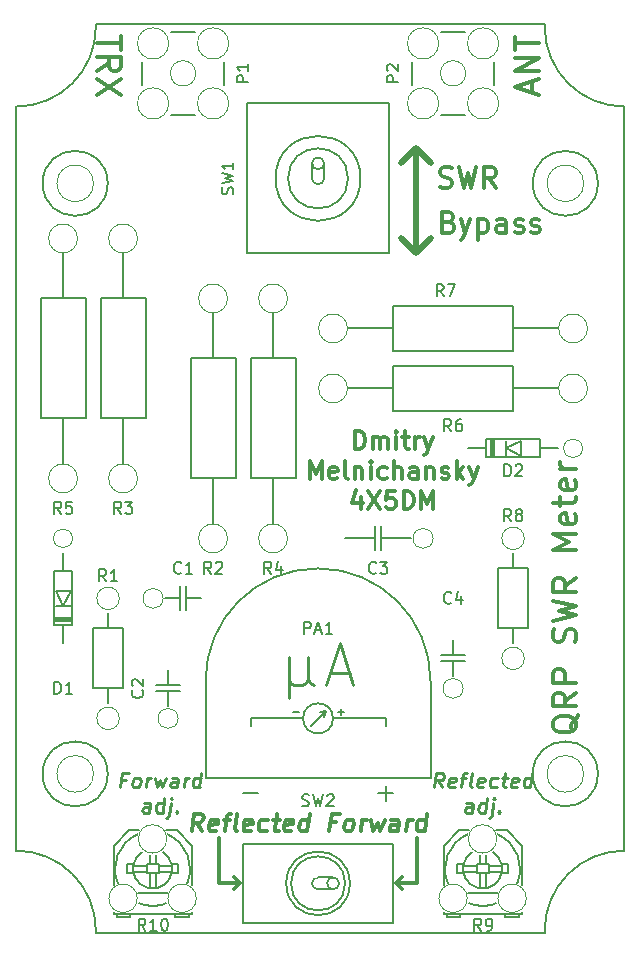
<source format=gbr>
G04 #@! TF.FileFunction,Legend,Top*
%FSLAX46Y46*%
G04 Gerber Fmt 4.6, Leading zero omitted, Abs format (unit mm)*
G04 Created by KiCad (PCBNEW 4.0.4-stable) date 09/05/16 00:54:51*
%MOMM*%
%LPD*%
G01*
G04 APERTURE LIST*
%ADD10C,0.100000*%
%ADD11C,0.350000*%
%ADD12C,0.500000*%
%ADD13C,0.250000*%
%ADD14C,0.200000*%
%ADD15C,0.150000*%
%ADD16C,0.300000*%
G04 APERTURE END LIST*
D10*
D11*
X135128000Y-138430000D02*
X135128000Y-134620000D01*
X136906000Y-138430000D02*
X136398000Y-138938000D01*
X136906000Y-138430000D02*
X136398000Y-137922000D01*
X136906000Y-138430000D02*
X135128000Y-138430000D01*
X150114000Y-138430000D02*
X150622000Y-137922000D01*
X150114000Y-138430000D02*
X150622000Y-138938000D01*
X151892000Y-138430000D02*
X151892000Y-134620000D01*
X150114000Y-138430000D02*
X151892000Y-138430000D01*
D12*
X151765000Y-85090000D02*
X153035000Y-83820000D01*
X150495000Y-83820000D02*
X151765000Y-85090000D01*
X151765000Y-76200000D02*
X153035000Y-77470000D01*
X151765000Y-76200000D02*
X150495000Y-77470000D01*
X151765000Y-85090000D02*
X151765000Y-76200000D01*
D13*
X154046220Y-130312976D02*
X153703957Y-129717738D01*
X153331934Y-130312976D02*
X153488184Y-129062976D01*
X153964375Y-129062976D01*
X154075981Y-129122500D01*
X154128065Y-129182024D01*
X154172708Y-129301071D01*
X154150386Y-129479643D01*
X154075981Y-129598690D01*
X154009017Y-129658214D01*
X153882529Y-129717738D01*
X153406338Y-129717738D01*
X155065565Y-130253452D02*
X154939077Y-130312976D01*
X154700982Y-130312976D01*
X154589374Y-130253452D01*
X154544731Y-130134405D01*
X154604255Y-129658214D01*
X154678660Y-129539167D01*
X154805148Y-129479643D01*
X155043243Y-129479643D01*
X155154851Y-129539167D01*
X155199493Y-129658214D01*
X155184612Y-129777262D01*
X154574493Y-129896310D01*
X155578958Y-129479643D02*
X156055148Y-129479643D01*
X155653363Y-130312976D02*
X155787291Y-129241548D01*
X155861696Y-129122500D01*
X155988184Y-129062976D01*
X156107232Y-129062976D01*
X156546220Y-130312976D02*
X156434613Y-130253452D01*
X156389970Y-130134405D01*
X156523899Y-129062976D01*
X157506042Y-130253452D02*
X157379554Y-130312976D01*
X157141459Y-130312976D01*
X157029851Y-130253452D01*
X156985208Y-130134405D01*
X157044732Y-129658214D01*
X157119137Y-129539167D01*
X157245625Y-129479643D01*
X157483720Y-129479643D01*
X157595328Y-129539167D01*
X157639970Y-129658214D01*
X157625089Y-129777262D01*
X157014970Y-129896310D01*
X158636994Y-130253452D02*
X158510507Y-130312976D01*
X158272411Y-130312976D01*
X158160804Y-130253452D01*
X158108720Y-130193929D01*
X158064077Y-130074881D01*
X158108720Y-129717738D01*
X158183125Y-129598690D01*
X158250090Y-129539167D01*
X158376577Y-129479643D01*
X158614673Y-129479643D01*
X158726280Y-129539167D01*
X159090864Y-129479643D02*
X159567054Y-129479643D01*
X159321519Y-129062976D02*
X159187590Y-130134405D01*
X159232233Y-130253452D01*
X159343840Y-130312976D01*
X159462888Y-130312976D01*
X160363186Y-130253452D02*
X160236698Y-130312976D01*
X159998603Y-130312976D01*
X159886995Y-130253452D01*
X159842352Y-130134405D01*
X159901876Y-129658214D01*
X159976281Y-129539167D01*
X160102769Y-129479643D01*
X160340864Y-129479643D01*
X160452472Y-129539167D01*
X160497114Y-129658214D01*
X160482233Y-129777262D01*
X159872114Y-129896310D01*
X161486698Y-130312976D02*
X161642948Y-129062976D01*
X161494138Y-130253452D02*
X161367651Y-130312976D01*
X161129555Y-130312976D01*
X161017948Y-130253452D01*
X160965864Y-130193929D01*
X160921221Y-130074881D01*
X160965864Y-129717738D01*
X161040269Y-129598690D01*
X161107234Y-129539167D01*
X161233721Y-129479643D01*
X161471817Y-129479643D01*
X161583424Y-129539167D01*
X156516459Y-132437976D02*
X156598304Y-131783214D01*
X156553662Y-131664167D01*
X156442054Y-131604643D01*
X156203959Y-131604643D01*
X156077471Y-131664167D01*
X156523899Y-132378452D02*
X156397412Y-132437976D01*
X156099793Y-132437976D01*
X155988185Y-132378452D01*
X155943542Y-132259405D01*
X155958423Y-132140357D01*
X156032828Y-132021310D01*
X156159316Y-131961786D01*
X156456935Y-131961786D01*
X156583423Y-131902262D01*
X157647411Y-132437976D02*
X157803661Y-131187976D01*
X157654851Y-132378452D02*
X157528364Y-132437976D01*
X157290268Y-132437976D01*
X157178661Y-132378452D01*
X157126577Y-132318929D01*
X157081934Y-132199881D01*
X157126577Y-131842738D01*
X157200982Y-131723690D01*
X157267947Y-131664167D01*
X157394434Y-131604643D01*
X157632530Y-131604643D01*
X157744137Y-131664167D01*
X158346815Y-131604643D02*
X158212887Y-132676071D01*
X158138482Y-132795119D01*
X158011994Y-132854643D01*
X157952470Y-132854643D01*
X158398899Y-131187976D02*
X158331934Y-131247500D01*
X158384018Y-131307024D01*
X158450982Y-131247500D01*
X158398899Y-131187976D01*
X158384018Y-131307024D01*
X158852767Y-132318929D02*
X158904851Y-132378452D01*
X158837887Y-132437976D01*
X158785803Y-132378452D01*
X158852767Y-132318929D01*
X158837887Y-132437976D01*
X127239733Y-129658214D02*
X126823066Y-129658214D01*
X126741221Y-130312976D02*
X126897471Y-129062976D01*
X127492709Y-129062976D01*
X127991221Y-130312976D02*
X127879614Y-130253452D01*
X127827530Y-130193929D01*
X127782887Y-130074881D01*
X127827530Y-129717738D01*
X127901935Y-129598690D01*
X127968900Y-129539167D01*
X128095387Y-129479643D01*
X128273959Y-129479643D01*
X128385567Y-129539167D01*
X128437649Y-129598690D01*
X128482292Y-129717738D01*
X128437649Y-130074881D01*
X128363244Y-130193929D01*
X128296281Y-130253452D01*
X128169793Y-130312976D01*
X127991221Y-130312976D01*
X128943602Y-130312976D02*
X129047768Y-129479643D01*
X129018006Y-129717738D02*
X129092411Y-129598690D01*
X129159376Y-129539167D01*
X129285863Y-129479643D01*
X129404911Y-129479643D01*
X129702530Y-129479643D02*
X129836460Y-130312976D01*
X130148959Y-129717738D01*
X130312650Y-130312976D01*
X130654911Y-129479643D01*
X131562650Y-130312976D02*
X131644495Y-129658214D01*
X131599853Y-129539167D01*
X131488245Y-129479643D01*
X131250150Y-129479643D01*
X131123662Y-129539167D01*
X131570090Y-130253452D02*
X131443603Y-130312976D01*
X131145984Y-130312976D01*
X131034376Y-130253452D01*
X130989733Y-130134405D01*
X131004614Y-130015357D01*
X131079019Y-129896310D01*
X131205507Y-129836786D01*
X131503126Y-129836786D01*
X131629614Y-129777262D01*
X132157888Y-130312976D02*
X132262054Y-129479643D01*
X132232292Y-129717738D02*
X132306697Y-129598690D01*
X132373662Y-129539167D01*
X132500149Y-129479643D01*
X132619197Y-129479643D01*
X133467412Y-130312976D02*
X133623662Y-129062976D01*
X133474852Y-130253452D02*
X133348365Y-130312976D01*
X133110269Y-130312976D01*
X132998662Y-130253452D01*
X132946578Y-130193929D01*
X132901935Y-130074881D01*
X132946578Y-129717738D01*
X133020983Y-129598690D01*
X133087948Y-129539167D01*
X133214435Y-129479643D01*
X133452531Y-129479643D01*
X133564138Y-129539167D01*
X129211459Y-132437976D02*
X129293304Y-131783214D01*
X129248662Y-131664167D01*
X129137054Y-131604643D01*
X128898959Y-131604643D01*
X128772471Y-131664167D01*
X129218899Y-132378452D02*
X129092412Y-132437976D01*
X128794793Y-132437976D01*
X128683185Y-132378452D01*
X128638542Y-132259405D01*
X128653423Y-132140357D01*
X128727828Y-132021310D01*
X128854316Y-131961786D01*
X129151935Y-131961786D01*
X129278423Y-131902262D01*
X130342411Y-132437976D02*
X130498661Y-131187976D01*
X130349851Y-132378452D02*
X130223364Y-132437976D01*
X129985268Y-132437976D01*
X129873661Y-132378452D01*
X129821577Y-132318929D01*
X129776934Y-132199881D01*
X129821577Y-131842738D01*
X129895982Y-131723690D01*
X129962947Y-131664167D01*
X130089434Y-131604643D01*
X130327530Y-131604643D01*
X130439137Y-131664167D01*
X131041815Y-131604643D02*
X130907887Y-132676071D01*
X130833482Y-132795119D01*
X130706994Y-132854643D01*
X130647470Y-132854643D01*
X131093899Y-131187976D02*
X131026934Y-131247500D01*
X131079018Y-131307024D01*
X131145982Y-131247500D01*
X131093899Y-131187976D01*
X131079018Y-131307024D01*
X131547767Y-132318929D02*
X131599851Y-132378452D01*
X131532887Y-132437976D01*
X131480803Y-132378452D01*
X131547767Y-132318929D01*
X131532887Y-132437976D01*
D14*
X167200000Y-129160000D02*
G75*
G03X167200000Y-129160000I-2750000J0D01*
G01*
X125700000Y-129160000D02*
G75*
G03X125700000Y-129160000I-2750000J0D01*
G01*
X125700000Y-79160000D02*
G75*
G03X125700000Y-79160000I-2750000J0D01*
G01*
X167200000Y-79160000D02*
G75*
G03X167200000Y-79160000I-2750000J0D01*
G01*
D15*
X124700000Y-65660000D02*
X124700000Y-65910000D01*
X162700000Y-65660000D02*
X124700000Y-65660000D01*
X162700000Y-65910000D02*
X162700000Y-65660000D01*
X162700000Y-142660000D02*
X162700000Y-142410000D01*
X124700000Y-142660000D02*
X162700000Y-142660000D01*
X124700000Y-142410000D02*
X124700000Y-142660000D01*
X117950000Y-72660000D02*
X117950000Y-135660000D01*
X169450000Y-135660000D02*
X169450000Y-72660000D01*
X169450000Y-135660000D02*
G75*
G03X162700000Y-142410000I0J-6750000D01*
G01*
X124700000Y-142410000D02*
G75*
G03X117950000Y-135660000I-6750000J0D01*
G01*
X117950000Y-72660000D02*
G75*
G03X124700000Y-65910000I0J6750000D01*
G01*
X162700000Y-65910000D02*
G75*
G03X169450000Y-72660000I6750000J0D01*
G01*
D16*
X146645715Y-101633571D02*
X146645715Y-100133571D01*
X147002858Y-100133571D01*
X147217143Y-100205000D01*
X147360001Y-100347857D01*
X147431429Y-100490714D01*
X147502858Y-100776429D01*
X147502858Y-100990714D01*
X147431429Y-101276429D01*
X147360001Y-101419286D01*
X147217143Y-101562143D01*
X147002858Y-101633571D01*
X146645715Y-101633571D01*
X148145715Y-101633571D02*
X148145715Y-100633571D01*
X148145715Y-100776429D02*
X148217143Y-100705000D01*
X148360001Y-100633571D01*
X148574286Y-100633571D01*
X148717143Y-100705000D01*
X148788572Y-100847857D01*
X148788572Y-101633571D01*
X148788572Y-100847857D02*
X148860001Y-100705000D01*
X149002858Y-100633571D01*
X149217143Y-100633571D01*
X149360001Y-100705000D01*
X149431429Y-100847857D01*
X149431429Y-101633571D01*
X150145715Y-101633571D02*
X150145715Y-100633571D01*
X150145715Y-100133571D02*
X150074286Y-100205000D01*
X150145715Y-100276429D01*
X150217143Y-100205000D01*
X150145715Y-100133571D01*
X150145715Y-100276429D01*
X150645715Y-100633571D02*
X151217144Y-100633571D01*
X150860001Y-100133571D02*
X150860001Y-101419286D01*
X150931429Y-101562143D01*
X151074287Y-101633571D01*
X151217144Y-101633571D01*
X151717144Y-101633571D02*
X151717144Y-100633571D01*
X151717144Y-100919286D02*
X151788572Y-100776429D01*
X151860001Y-100705000D01*
X152002858Y-100633571D01*
X152145715Y-100633571D01*
X152502858Y-100633571D02*
X152860001Y-101633571D01*
X153217143Y-100633571D02*
X152860001Y-101633571D01*
X152717143Y-101990714D01*
X152645715Y-102062143D01*
X152502858Y-102133571D01*
X142824286Y-104183571D02*
X142824286Y-102683571D01*
X143324286Y-103755000D01*
X143824286Y-102683571D01*
X143824286Y-104183571D01*
X145110000Y-104112143D02*
X144967143Y-104183571D01*
X144681429Y-104183571D01*
X144538572Y-104112143D01*
X144467143Y-103969286D01*
X144467143Y-103397857D01*
X144538572Y-103255000D01*
X144681429Y-103183571D01*
X144967143Y-103183571D01*
X145110000Y-103255000D01*
X145181429Y-103397857D01*
X145181429Y-103540714D01*
X144467143Y-103683571D01*
X146038572Y-104183571D02*
X145895714Y-104112143D01*
X145824286Y-103969286D01*
X145824286Y-102683571D01*
X146610000Y-103183571D02*
X146610000Y-104183571D01*
X146610000Y-103326429D02*
X146681428Y-103255000D01*
X146824286Y-103183571D01*
X147038571Y-103183571D01*
X147181428Y-103255000D01*
X147252857Y-103397857D01*
X147252857Y-104183571D01*
X147967143Y-104183571D02*
X147967143Y-103183571D01*
X147967143Y-102683571D02*
X147895714Y-102755000D01*
X147967143Y-102826429D01*
X148038571Y-102755000D01*
X147967143Y-102683571D01*
X147967143Y-102826429D01*
X149324286Y-104112143D02*
X149181429Y-104183571D01*
X148895715Y-104183571D01*
X148752857Y-104112143D01*
X148681429Y-104040714D01*
X148610000Y-103897857D01*
X148610000Y-103469286D01*
X148681429Y-103326429D01*
X148752857Y-103255000D01*
X148895715Y-103183571D01*
X149181429Y-103183571D01*
X149324286Y-103255000D01*
X149967143Y-104183571D02*
X149967143Y-102683571D01*
X150610000Y-104183571D02*
X150610000Y-103397857D01*
X150538571Y-103255000D01*
X150395714Y-103183571D01*
X150181429Y-103183571D01*
X150038571Y-103255000D01*
X149967143Y-103326429D01*
X151967143Y-104183571D02*
X151967143Y-103397857D01*
X151895714Y-103255000D01*
X151752857Y-103183571D01*
X151467143Y-103183571D01*
X151324286Y-103255000D01*
X151967143Y-104112143D02*
X151824286Y-104183571D01*
X151467143Y-104183571D01*
X151324286Y-104112143D01*
X151252857Y-103969286D01*
X151252857Y-103826429D01*
X151324286Y-103683571D01*
X151467143Y-103612143D01*
X151824286Y-103612143D01*
X151967143Y-103540714D01*
X152681429Y-103183571D02*
X152681429Y-104183571D01*
X152681429Y-103326429D02*
X152752857Y-103255000D01*
X152895715Y-103183571D01*
X153110000Y-103183571D01*
X153252857Y-103255000D01*
X153324286Y-103397857D01*
X153324286Y-104183571D01*
X153967143Y-104112143D02*
X154110000Y-104183571D01*
X154395715Y-104183571D01*
X154538572Y-104112143D01*
X154610000Y-103969286D01*
X154610000Y-103897857D01*
X154538572Y-103755000D01*
X154395715Y-103683571D01*
X154181429Y-103683571D01*
X154038572Y-103612143D01*
X153967143Y-103469286D01*
X153967143Y-103397857D01*
X154038572Y-103255000D01*
X154181429Y-103183571D01*
X154395715Y-103183571D01*
X154538572Y-103255000D01*
X155252858Y-104183571D02*
X155252858Y-102683571D01*
X155395715Y-103612143D02*
X155824286Y-104183571D01*
X155824286Y-103183571D02*
X155252858Y-103755000D01*
X156324287Y-103183571D02*
X156681430Y-104183571D01*
X157038572Y-103183571D02*
X156681430Y-104183571D01*
X156538572Y-104540714D01*
X156467144Y-104612143D01*
X156324287Y-104683571D01*
X147110001Y-105733571D02*
X147110001Y-106733571D01*
X146752858Y-105162143D02*
X146395715Y-106233571D01*
X147324287Y-106233571D01*
X147752858Y-105233571D02*
X148752858Y-106733571D01*
X148752858Y-105233571D02*
X147752858Y-106733571D01*
X150038572Y-105233571D02*
X149324286Y-105233571D01*
X149252857Y-105947857D01*
X149324286Y-105876429D01*
X149467143Y-105805000D01*
X149824286Y-105805000D01*
X149967143Y-105876429D01*
X150038572Y-105947857D01*
X150110000Y-106090714D01*
X150110000Y-106447857D01*
X150038572Y-106590714D01*
X149967143Y-106662143D01*
X149824286Y-106733571D01*
X149467143Y-106733571D01*
X149324286Y-106662143D01*
X149252857Y-106590714D01*
X150752857Y-106733571D02*
X150752857Y-105233571D01*
X151110000Y-105233571D01*
X151324285Y-105305000D01*
X151467143Y-105447857D01*
X151538571Y-105590714D01*
X151610000Y-105876429D01*
X151610000Y-106090714D01*
X151538571Y-106376429D01*
X151467143Y-106519286D01*
X151324285Y-106662143D01*
X151110000Y-106733571D01*
X150752857Y-106733571D01*
X152252857Y-106733571D02*
X152252857Y-105233571D01*
X152752857Y-106305000D01*
X153252857Y-105233571D01*
X153252857Y-106733571D01*
X165560238Y-124204762D02*
X165465000Y-124395238D01*
X165274524Y-124585715D01*
X164988810Y-124871429D01*
X164893571Y-125061905D01*
X164893571Y-125252381D01*
X165369762Y-125157143D02*
X165274524Y-125347619D01*
X165084048Y-125538096D01*
X164703095Y-125633334D01*
X164036429Y-125633334D01*
X163655476Y-125538096D01*
X163465000Y-125347619D01*
X163369762Y-125157143D01*
X163369762Y-124776191D01*
X163465000Y-124585715D01*
X163655476Y-124395238D01*
X164036429Y-124300000D01*
X164703095Y-124300000D01*
X165084048Y-124395238D01*
X165274524Y-124585715D01*
X165369762Y-124776191D01*
X165369762Y-125157143D01*
X165369762Y-122300000D02*
X164417381Y-122966667D01*
X165369762Y-123442858D02*
X163369762Y-123442858D01*
X163369762Y-122680953D01*
X163465000Y-122490477D01*
X163560238Y-122395238D01*
X163750714Y-122300000D01*
X164036429Y-122300000D01*
X164226905Y-122395238D01*
X164322143Y-122490477D01*
X164417381Y-122680953D01*
X164417381Y-123442858D01*
X165369762Y-121442858D02*
X163369762Y-121442858D01*
X163369762Y-120680953D01*
X163465000Y-120490477D01*
X163560238Y-120395238D01*
X163750714Y-120300000D01*
X164036429Y-120300000D01*
X164226905Y-120395238D01*
X164322143Y-120490477D01*
X164417381Y-120680953D01*
X164417381Y-121442858D01*
X165274524Y-118014286D02*
X165369762Y-117728571D01*
X165369762Y-117252381D01*
X165274524Y-117061905D01*
X165179286Y-116966667D01*
X164988810Y-116871428D01*
X164798333Y-116871428D01*
X164607857Y-116966667D01*
X164512619Y-117061905D01*
X164417381Y-117252381D01*
X164322143Y-117633333D01*
X164226905Y-117823809D01*
X164131667Y-117919048D01*
X163941190Y-118014286D01*
X163750714Y-118014286D01*
X163560238Y-117919048D01*
X163465000Y-117823809D01*
X163369762Y-117633333D01*
X163369762Y-117157143D01*
X163465000Y-116871428D01*
X163369762Y-116204762D02*
X165369762Y-115728571D01*
X163941190Y-115347619D01*
X165369762Y-114966666D01*
X163369762Y-114490476D01*
X165369762Y-112585714D02*
X164417381Y-113252381D01*
X165369762Y-113728572D02*
X163369762Y-113728572D01*
X163369762Y-112966667D01*
X163465000Y-112776191D01*
X163560238Y-112680952D01*
X163750714Y-112585714D01*
X164036429Y-112585714D01*
X164226905Y-112680952D01*
X164322143Y-112776191D01*
X164417381Y-112966667D01*
X164417381Y-113728572D01*
X165369762Y-110204762D02*
X163369762Y-110204762D01*
X164798333Y-109538095D01*
X163369762Y-108871428D01*
X165369762Y-108871428D01*
X165274524Y-107157143D02*
X165369762Y-107347619D01*
X165369762Y-107728571D01*
X165274524Y-107919048D01*
X165084048Y-108014286D01*
X164322143Y-108014286D01*
X164131667Y-107919048D01*
X164036429Y-107728571D01*
X164036429Y-107347619D01*
X164131667Y-107157143D01*
X164322143Y-107061905D01*
X164512619Y-107061905D01*
X164703095Y-108014286D01*
X164036429Y-106490476D02*
X164036429Y-105728571D01*
X163369762Y-106204762D02*
X165084048Y-106204762D01*
X165274524Y-106109523D01*
X165369762Y-105919047D01*
X165369762Y-105728571D01*
X165274524Y-104300000D02*
X165369762Y-104490476D01*
X165369762Y-104871428D01*
X165274524Y-105061905D01*
X165084048Y-105157143D01*
X164322143Y-105157143D01*
X164131667Y-105061905D01*
X164036429Y-104871428D01*
X164036429Y-104490476D01*
X164131667Y-104300000D01*
X164322143Y-104204762D01*
X164512619Y-104204762D01*
X164703095Y-105157143D01*
X165369762Y-103347619D02*
X164036429Y-103347619D01*
X164417381Y-103347619D02*
X164226905Y-103252380D01*
X164131667Y-103157142D01*
X164036429Y-102966666D01*
X164036429Y-102776190D01*
X161623333Y-71500715D02*
X161623333Y-70548334D01*
X162194762Y-71691191D02*
X160194762Y-71024524D01*
X162194762Y-70357857D01*
X162194762Y-69691191D02*
X160194762Y-69691191D01*
X162194762Y-68548333D01*
X160194762Y-68548333D01*
X160194762Y-67881667D02*
X160194762Y-66738810D01*
X162194762Y-67310238D02*
X160194762Y-67310238D01*
X126825238Y-66691190D02*
X126825238Y-67834047D01*
X124825238Y-67262619D02*
X126825238Y-67262619D01*
X124825238Y-69643572D02*
X125777619Y-68976905D01*
X124825238Y-68500714D02*
X126825238Y-68500714D01*
X126825238Y-69262619D01*
X126730000Y-69453095D01*
X126634762Y-69548334D01*
X126444286Y-69643572D01*
X126158571Y-69643572D01*
X125968095Y-69548334D01*
X125872857Y-69453095D01*
X125777619Y-69262619D01*
X125777619Y-68500714D01*
X126825238Y-70310238D02*
X124825238Y-71643572D01*
X126825238Y-71643572D02*
X124825238Y-70310238D01*
X154573334Y-82425000D02*
X154823334Y-82508333D01*
X154906667Y-82591667D01*
X154990001Y-82758333D01*
X154990001Y-83008333D01*
X154906667Y-83175000D01*
X154823334Y-83258333D01*
X154656667Y-83341667D01*
X153990001Y-83341667D01*
X153990001Y-81591667D01*
X154573334Y-81591667D01*
X154740001Y-81675000D01*
X154823334Y-81758333D01*
X154906667Y-81925000D01*
X154906667Y-82091667D01*
X154823334Y-82258333D01*
X154740001Y-82341667D01*
X154573334Y-82425000D01*
X153990001Y-82425000D01*
X155573334Y-82175000D02*
X155990001Y-83341667D01*
X156406667Y-82175000D02*
X155990001Y-83341667D01*
X155823334Y-83758333D01*
X155740001Y-83841667D01*
X155573334Y-83925000D01*
X157073334Y-82175000D02*
X157073334Y-83925000D01*
X157073334Y-82258333D02*
X157240000Y-82175000D01*
X157573334Y-82175000D01*
X157740000Y-82258333D01*
X157823334Y-82341667D01*
X157906667Y-82508333D01*
X157906667Y-83008333D01*
X157823334Y-83175000D01*
X157740000Y-83258333D01*
X157573334Y-83341667D01*
X157240000Y-83341667D01*
X157073334Y-83258333D01*
X159406667Y-83341667D02*
X159406667Y-82425000D01*
X159323333Y-82258333D01*
X159156667Y-82175000D01*
X158823333Y-82175000D01*
X158656667Y-82258333D01*
X159406667Y-83258333D02*
X159240000Y-83341667D01*
X158823333Y-83341667D01*
X158656667Y-83258333D01*
X158573333Y-83091667D01*
X158573333Y-82925000D01*
X158656667Y-82758333D01*
X158823333Y-82675000D01*
X159240000Y-82675000D01*
X159406667Y-82591667D01*
X160156666Y-83258333D02*
X160323333Y-83341667D01*
X160656666Y-83341667D01*
X160823333Y-83258333D01*
X160906666Y-83091667D01*
X160906666Y-83008333D01*
X160823333Y-82841667D01*
X160656666Y-82758333D01*
X160406666Y-82758333D01*
X160240000Y-82675000D01*
X160156666Y-82508333D01*
X160156666Y-82425000D01*
X160240000Y-82258333D01*
X160406666Y-82175000D01*
X160656666Y-82175000D01*
X160823333Y-82258333D01*
X161573333Y-83258333D02*
X161740000Y-83341667D01*
X162073333Y-83341667D01*
X162240000Y-83258333D01*
X162323333Y-83091667D01*
X162323333Y-83008333D01*
X162240000Y-82841667D01*
X162073333Y-82758333D01*
X161823333Y-82758333D01*
X161656667Y-82675000D01*
X161573333Y-82508333D01*
X161573333Y-82425000D01*
X161656667Y-82258333D01*
X161823333Y-82175000D01*
X162073333Y-82175000D01*
X162240000Y-82258333D01*
X153835000Y-79448333D02*
X154085000Y-79531667D01*
X154501667Y-79531667D01*
X154668334Y-79448333D01*
X154751667Y-79365000D01*
X154835000Y-79198333D01*
X154835000Y-79031667D01*
X154751667Y-78865000D01*
X154668334Y-78781667D01*
X154501667Y-78698333D01*
X154168334Y-78615000D01*
X154001667Y-78531667D01*
X153918334Y-78448333D01*
X153835000Y-78281667D01*
X153835000Y-78115000D01*
X153918334Y-77948333D01*
X154001667Y-77865000D01*
X154168334Y-77781667D01*
X154585000Y-77781667D01*
X154835000Y-77865000D01*
X155418334Y-77781667D02*
X155835001Y-79531667D01*
X156168334Y-78281667D01*
X156501667Y-79531667D01*
X156918334Y-77781667D01*
X158585001Y-79531667D02*
X158001667Y-78698333D01*
X157585001Y-79531667D02*
X157585001Y-77781667D01*
X158251667Y-77781667D01*
X158418334Y-77865000D01*
X158501667Y-77948333D01*
X158585001Y-78115000D01*
X158585001Y-78365000D01*
X158501667Y-78531667D01*
X158418334Y-78615000D01*
X158251667Y-78698333D01*
X157585001Y-78698333D01*
X133674466Y-134028571D02*
X133263751Y-133314286D01*
X132817323Y-134028571D02*
X133004823Y-132528571D01*
X133576251Y-132528571D01*
X133710180Y-132600000D01*
X133772679Y-132671429D01*
X133826251Y-132814286D01*
X133799466Y-133028571D01*
X133710179Y-133171429D01*
X133629823Y-133242857D01*
X133478036Y-133314286D01*
X132906608Y-133314286D01*
X134897679Y-133957143D02*
X134745894Y-134028571D01*
X134460180Y-134028571D01*
X134326251Y-133957143D01*
X134272679Y-133814286D01*
X134344108Y-133242857D01*
X134433394Y-133100000D01*
X134585180Y-133028571D01*
X134870894Y-133028571D01*
X135004822Y-133100000D01*
X135058394Y-133242857D01*
X135040537Y-133385714D01*
X134308394Y-133528571D01*
X135513751Y-133028571D02*
X136085180Y-133028571D01*
X135603037Y-134028571D02*
X135763751Y-132742857D01*
X135853036Y-132600000D01*
X136004823Y-132528571D01*
X136147680Y-132528571D01*
X136674466Y-134028571D02*
X136540536Y-133957143D01*
X136486965Y-133814286D01*
X136647680Y-132528571D01*
X137826250Y-133957143D02*
X137674465Y-134028571D01*
X137388751Y-134028571D01*
X137254822Y-133957143D01*
X137201250Y-133814286D01*
X137272679Y-133242857D01*
X137361965Y-133100000D01*
X137513751Y-133028571D01*
X137799465Y-133028571D01*
X137933393Y-133100000D01*
X137986965Y-133242857D01*
X137969108Y-133385714D01*
X137236965Y-133528571D01*
X139183393Y-133957143D02*
X139031608Y-134028571D01*
X138745894Y-134028571D01*
X138611964Y-133957143D01*
X138549465Y-133885714D01*
X138495893Y-133742857D01*
X138549464Y-133314286D01*
X138638750Y-133171429D01*
X138719107Y-133100000D01*
X138870894Y-133028571D01*
X139156608Y-133028571D01*
X139290536Y-133100000D01*
X139728036Y-133028571D02*
X140299465Y-133028571D01*
X140004822Y-132528571D02*
X139844107Y-133814286D01*
X139897678Y-133957143D01*
X140031608Y-134028571D01*
X140174465Y-134028571D01*
X141254821Y-133957143D02*
X141103036Y-134028571D01*
X140817322Y-134028571D01*
X140683393Y-133957143D01*
X140629821Y-133814286D01*
X140701250Y-133242857D01*
X140790536Y-133100000D01*
X140942322Y-133028571D01*
X141228036Y-133028571D01*
X141361964Y-133100000D01*
X141415536Y-133242857D01*
X141397679Y-133385714D01*
X140665536Y-133528571D01*
X142603036Y-134028571D02*
X142790536Y-132528571D01*
X142611964Y-133957143D02*
X142460179Y-134028571D01*
X142174465Y-134028571D01*
X142040535Y-133957143D01*
X141978036Y-133885714D01*
X141924464Y-133742857D01*
X141978035Y-133314286D01*
X142067321Y-133171429D01*
X142147678Y-133100000D01*
X142299465Y-133028571D01*
X142585179Y-133028571D01*
X142719107Y-133100000D01*
X145067679Y-133242857D02*
X144567679Y-133242857D01*
X144469465Y-134028571D02*
X144656965Y-132528571D01*
X145371251Y-132528571D01*
X145969465Y-134028571D02*
X145835535Y-133957143D01*
X145773036Y-133885714D01*
X145719464Y-133742857D01*
X145773035Y-133314286D01*
X145862321Y-133171429D01*
X145942678Y-133100000D01*
X146094465Y-133028571D01*
X146308750Y-133028571D01*
X146442678Y-133100000D01*
X146505178Y-133171429D01*
X146558750Y-133314286D01*
X146505179Y-133742857D01*
X146415893Y-133885714D01*
X146335535Y-133957143D01*
X146183750Y-134028571D01*
X145969465Y-134028571D01*
X147112322Y-134028571D02*
X147237322Y-133028571D01*
X147201607Y-133314286D02*
X147290892Y-133171429D01*
X147371250Y-133100000D01*
X147523036Y-133028571D01*
X147665893Y-133028571D01*
X148023036Y-133028571D02*
X148183750Y-134028571D01*
X148558749Y-133314286D01*
X148755179Y-134028571D01*
X149165893Y-133028571D01*
X150255179Y-134028571D02*
X150353393Y-133242857D01*
X150299821Y-133100000D01*
X150165893Y-133028571D01*
X149880179Y-133028571D01*
X149728393Y-133100000D01*
X150264107Y-133957143D02*
X150112322Y-134028571D01*
X149755179Y-134028571D01*
X149621250Y-133957143D01*
X149567678Y-133814286D01*
X149585535Y-133671429D01*
X149674822Y-133528571D01*
X149826607Y-133457143D01*
X150183750Y-133457143D01*
X150335536Y-133385714D01*
X150969465Y-134028571D02*
X151094465Y-133028571D01*
X151058750Y-133314286D02*
X151148035Y-133171429D01*
X151228393Y-133100000D01*
X151380179Y-133028571D01*
X151523036Y-133028571D01*
X152540893Y-134028571D02*
X152728393Y-132528571D01*
X152549821Y-133957143D02*
X152398036Y-134028571D01*
X152112322Y-134028571D01*
X151978392Y-133957143D01*
X151915893Y-133885714D01*
X151862321Y-133742857D01*
X151915892Y-133314286D01*
X152005178Y-133171429D01*
X152085535Y-133100000D01*
X152237322Y-133028571D01*
X152523036Y-133028571D01*
X152656964Y-133100000D01*
D15*
X137160000Y-130810000D02*
X138430000Y-130810000D01*
X149225000Y-130175000D02*
X149225000Y-131445000D01*
X148590000Y-130810000D02*
X149860000Y-130810000D01*
X141859000Y-123952000D02*
X141351000Y-123952000D01*
X145415000Y-123698000D02*
X145415000Y-124206000D01*
X145161000Y-123952000D02*
X145669000Y-123952000D01*
X137795000Y-124460000D02*
X137795000Y-125095000D01*
X142240000Y-124460000D02*
X137795000Y-124460000D01*
X144780000Y-124460000D02*
X149225000Y-124460000D01*
X149225000Y-124460000D02*
X149225000Y-125095000D01*
X144145000Y-123825000D02*
X144018000Y-124333000D01*
X144145000Y-123825000D02*
X143637000Y-123952000D01*
X142875000Y-125095000D02*
X144145000Y-123825000D01*
X144780000Y-124460000D02*
G75*
G03X144780000Y-124460000I-1270000J0D01*
G01*
X133985000Y-129540000D02*
X133985000Y-121285000D01*
X153035000Y-121285000D02*
X153035000Y-129540000D01*
X143510000Y-111760000D02*
G75*
G03X133985000Y-121285000I0J-9525000D01*
G01*
X153035000Y-121285000D02*
G75*
G03X143510000Y-111760000I-9525000J0D01*
G01*
X133985000Y-129540000D02*
X153035000Y-129540000D01*
X127000000Y-116840000D02*
X127000000Y-121920000D01*
X127000000Y-121920000D02*
X124460000Y-121920000D01*
X124460000Y-121920000D02*
X124460000Y-116840000D01*
X124460000Y-116840000D02*
X127000000Y-116840000D01*
X125730000Y-116840000D02*
X125730000Y-115570000D01*
X125730000Y-121920000D02*
X125730000Y-123190000D01*
X161290000Y-111760000D02*
X161290000Y-116840000D01*
X161290000Y-116840000D02*
X158750000Y-116840000D01*
X158750000Y-116840000D02*
X158750000Y-111760000D01*
X158750000Y-111760000D02*
X161290000Y-111760000D01*
X160020000Y-111760000D02*
X160020000Y-110490000D01*
X160020000Y-116840000D02*
X160020000Y-118110000D01*
X157185360Y-136819640D02*
X157185360Y-136057640D01*
X157693360Y-136819640D02*
X157693360Y-136057640D01*
X157185360Y-138851640D02*
G75*
G03X159090360Y-137454640I254000J1651000D01*
G01*
X155788360Y-137327640D02*
G75*
G03X157566360Y-138851640I1651000J127000D01*
G01*
X158836360Y-138089640D02*
G75*
G03X158328360Y-135803640I-1397000J889000D01*
G01*
X156550360Y-135803640D02*
G75*
G03X156042360Y-138089640I889000J-1397000D01*
G01*
X154137360Y-141010640D02*
X154137360Y-140883640D01*
X154137360Y-137200640D02*
X154137360Y-138597640D01*
X160741360Y-141010640D02*
X160741360Y-140883640D01*
X160741360Y-137200640D02*
X160741360Y-138597640D01*
X156296360Y-140121640D02*
X156677360Y-140248640D01*
X156677360Y-140248640D02*
X157439360Y-140375640D01*
X157439360Y-140375640D02*
X158201360Y-140248640D01*
X158201360Y-140248640D02*
X158582360Y-140121640D01*
X156169360Y-139232640D02*
X158709360Y-139232640D01*
X160360360Y-138470640D02*
G75*
G03X158709360Y-134279640I-2921000J1270000D01*
G01*
X156169360Y-134279640D02*
G75*
G03X154518360Y-138470640I1270000J-2921000D01*
G01*
X159471360Y-133898640D02*
X158582360Y-133898640D01*
X156296360Y-133898640D02*
X155407360Y-133898640D01*
X159090360Y-136819640D02*
X159598360Y-136819640D01*
X159598360Y-136819640D02*
X159598360Y-137581640D01*
X159598360Y-137581640D02*
X159090360Y-137581640D01*
X155788360Y-136819640D02*
X155280360Y-136819640D01*
X155280360Y-136819640D02*
X155280360Y-137581640D01*
X155280360Y-137581640D02*
X155788360Y-137581640D01*
X157947360Y-137454640D02*
X159090360Y-137454640D01*
X157947360Y-136946640D02*
X159090360Y-136946640D01*
X156931360Y-137454640D02*
X155788360Y-137454640D01*
X156931360Y-136946640D02*
X155788360Y-136946640D01*
X157693360Y-137581640D02*
X157693360Y-138851640D01*
X157185360Y-137581640D02*
X157185360Y-138851640D01*
X156931360Y-136819640D02*
X156931360Y-137581640D01*
X156931360Y-137581640D02*
X157947360Y-137581640D01*
X157947360Y-137581640D02*
X157947360Y-136819640D01*
X157947360Y-136819640D02*
X156931360Y-136819640D01*
X155407360Y-133898640D02*
X154137360Y-135295640D01*
X154137360Y-135295640D02*
X154137360Y-137200640D01*
X159471360Y-133898640D02*
X160741360Y-135295640D01*
X160741360Y-135295640D02*
X160741360Y-137200640D01*
X160487360Y-141010640D02*
X160487360Y-141264640D01*
X160487360Y-141264640D02*
X159344360Y-141264640D01*
X159344360Y-141264640D02*
X159344360Y-141010640D01*
X154391360Y-141010640D02*
X154391360Y-141264640D01*
X154391360Y-141264640D02*
X155534360Y-141264640D01*
X155534360Y-141264640D02*
X155534360Y-141010640D01*
X154137360Y-141010640D02*
X160741360Y-141010640D01*
X129245360Y-136819640D02*
X129245360Y-136057640D01*
X129753360Y-136819640D02*
X129753360Y-136057640D01*
X129245360Y-138851640D02*
G75*
G03X131150360Y-137454640I254000J1651000D01*
G01*
X127848360Y-137327640D02*
G75*
G03X129626360Y-138851640I1651000J127000D01*
G01*
X130896360Y-138089640D02*
G75*
G03X130388360Y-135803640I-1397000J889000D01*
G01*
X128610360Y-135803640D02*
G75*
G03X128102360Y-138089640I889000J-1397000D01*
G01*
X126197360Y-141010640D02*
X126197360Y-140883640D01*
X126197360Y-137200640D02*
X126197360Y-138597640D01*
X132801360Y-141010640D02*
X132801360Y-140883640D01*
X132801360Y-137200640D02*
X132801360Y-138597640D01*
X128356360Y-140121640D02*
X128737360Y-140248640D01*
X128737360Y-140248640D02*
X129499360Y-140375640D01*
X129499360Y-140375640D02*
X130261360Y-140248640D01*
X130261360Y-140248640D02*
X130642360Y-140121640D01*
X128229360Y-139232640D02*
X130769360Y-139232640D01*
X132420360Y-138470640D02*
G75*
G03X130769360Y-134279640I-2921000J1270000D01*
G01*
X128229360Y-134279640D02*
G75*
G03X126578360Y-138470640I1270000J-2921000D01*
G01*
X131531360Y-133898640D02*
X130642360Y-133898640D01*
X128356360Y-133898640D02*
X127467360Y-133898640D01*
X131150360Y-136819640D02*
X131658360Y-136819640D01*
X131658360Y-136819640D02*
X131658360Y-137581640D01*
X131658360Y-137581640D02*
X131150360Y-137581640D01*
X127848360Y-136819640D02*
X127340360Y-136819640D01*
X127340360Y-136819640D02*
X127340360Y-137581640D01*
X127340360Y-137581640D02*
X127848360Y-137581640D01*
X130007360Y-137454640D02*
X131150360Y-137454640D01*
X130007360Y-136946640D02*
X131150360Y-136946640D01*
X128991360Y-137454640D02*
X127848360Y-137454640D01*
X128991360Y-136946640D02*
X127848360Y-136946640D01*
X129753360Y-137581640D02*
X129753360Y-138851640D01*
X129245360Y-137581640D02*
X129245360Y-138851640D01*
X128991360Y-136819640D02*
X128991360Y-137581640D01*
X128991360Y-137581640D02*
X130007360Y-137581640D01*
X130007360Y-137581640D02*
X130007360Y-136819640D01*
X130007360Y-136819640D02*
X128991360Y-136819640D01*
X127467360Y-133898640D02*
X126197360Y-135295640D01*
X126197360Y-135295640D02*
X126197360Y-137200640D01*
X131531360Y-133898640D02*
X132801360Y-135295640D01*
X132801360Y-135295640D02*
X132801360Y-137200640D01*
X132547360Y-141010640D02*
X132547360Y-141264640D01*
X132547360Y-141264640D02*
X131404360Y-141264640D01*
X131404360Y-141264640D02*
X131404360Y-141010640D01*
X126451360Y-141010640D02*
X126451360Y-141264640D01*
X126451360Y-141264640D02*
X127594360Y-141264640D01*
X127594360Y-141264640D02*
X127594360Y-141010640D01*
X126197360Y-141010640D02*
X132801360Y-141010640D01*
X135585200Y-68850000D02*
X135585200Y-70850000D01*
X133080000Y-73355200D02*
X131080000Y-73355200D01*
X128574800Y-70850000D02*
X128574800Y-68850000D01*
X131080000Y-66344800D02*
X133080000Y-66344800D01*
X158445200Y-68850000D02*
X158445200Y-70850000D01*
X155940000Y-73355200D02*
X153940000Y-73355200D01*
X151434800Y-70850000D02*
X151434800Y-68850000D01*
X153940000Y-66344800D02*
X155940000Y-66344800D01*
X146204077Y-138430000D02*
G75*
G03X146204077Y-138430000I-2694077J0D01*
G01*
X145799525Y-138430000D02*
G75*
G03X145799525Y-138430000I-2289525J0D01*
G01*
X137160000Y-141780000D02*
X137160000Y-135080000D01*
X137160000Y-135080000D02*
X149860000Y-135080000D01*
X149860000Y-135080000D02*
X149860000Y-141780000D01*
X149860000Y-141780000D02*
X137160000Y-141780000D01*
X145288000Y-138430000D02*
G75*
G03X145288000Y-138430000I-508000J0D01*
G01*
X143510000Y-137922000D02*
X144780000Y-137922000D01*
X144780000Y-138938000D02*
X143510000Y-138938000D01*
X143002000Y-138430000D02*
G75*
G03X143510000Y-138938000I508000J0D01*
G01*
X143510000Y-137922000D02*
G75*
G03X143002000Y-138430000I0J-508000D01*
G01*
X147102102Y-78740000D02*
G75*
G03X147102102Y-78740000I-3592102J0D01*
G01*
X149510000Y-85090000D02*
X137510000Y-85090000D01*
X137510000Y-85090000D02*
X137510000Y-72390000D01*
X137510000Y-72390000D02*
X149510000Y-72390000D01*
X149510000Y-72390000D02*
X149510000Y-85090000D01*
X146050000Y-78740000D02*
G75*
G03X146050000Y-78740000I-2540000J0D01*
G01*
X144018000Y-77470000D02*
G75*
G03X144018000Y-77470000I-508000J0D01*
G01*
X143002000Y-78740000D02*
X143002000Y-77470000D01*
X144018000Y-77470000D02*
X144018000Y-78740000D01*
X143510000Y-79248000D02*
G75*
G03X144018000Y-78740000I0J508000D01*
G01*
X143002000Y-78740000D02*
G75*
G03X143510000Y-79248000I508000J0D01*
G01*
X131826000Y-114300000D02*
X130556000Y-114300000D01*
X131826000Y-115316000D02*
X131826000Y-113284000D01*
X132334000Y-115316000D02*
X132334000Y-113284000D01*
X133604000Y-114300000D02*
X132334000Y-114300000D01*
X130810000Y-122174000D02*
X130810000Y-123444000D01*
X131826000Y-122174000D02*
X129794000Y-122174000D01*
X131826000Y-121666000D02*
X129794000Y-121666000D01*
X130810000Y-120396000D02*
X130810000Y-121666000D01*
X148336000Y-109220000D02*
X145796000Y-109220000D01*
X148844000Y-109220000D02*
X151384000Y-109220000D01*
X148844000Y-108204000D02*
X148844000Y-110236000D01*
X148336000Y-108204000D02*
X148336000Y-110236000D01*
X154940000Y-119634000D02*
X154940000Y-120904000D01*
X155956000Y-119634000D02*
X153924000Y-119634000D01*
X155956000Y-119126000D02*
X153924000Y-119126000D01*
X154940000Y-117856000D02*
X154940000Y-119126000D01*
X121158000Y-116205000D02*
X122682000Y-116205000D01*
X121158000Y-116078000D02*
X122682000Y-116078000D01*
X121285000Y-114935000D02*
X122555000Y-114935000D01*
X121920000Y-114935000D02*
X121285000Y-113665000D01*
X121285000Y-113665000D02*
X122555000Y-113665000D01*
X122555000Y-113665000D02*
X121920000Y-114935000D01*
X121917460Y-112013480D02*
X121917460Y-110490000D01*
X121917460Y-116585480D02*
X121917460Y-118110000D01*
X121155460Y-115950480D02*
X122679460Y-115950480D01*
X121917460Y-116585480D02*
X122679460Y-116585480D01*
X122679460Y-116585480D02*
X122679460Y-112013480D01*
X122679460Y-112013480D02*
X121155460Y-112013480D01*
X121155460Y-112013480D02*
X121155460Y-116585480D01*
X121155460Y-116585480D02*
X121917460Y-116585480D01*
X158115000Y-100838000D02*
X158115000Y-102362000D01*
X158242000Y-100838000D02*
X158242000Y-102362000D01*
X159385000Y-100965000D02*
X159385000Y-102235000D01*
X159385000Y-101600000D02*
X160655000Y-100965000D01*
X160655000Y-100965000D02*
X160655000Y-102235000D01*
X160655000Y-102235000D02*
X159385000Y-101600000D01*
X162306520Y-101597460D02*
X163830000Y-101597460D01*
X157734520Y-101597460D02*
X156210000Y-101597460D01*
X158369520Y-100835460D02*
X158369520Y-102359460D01*
X157734520Y-101597460D02*
X157734520Y-102359460D01*
X157734520Y-102359460D02*
X162306520Y-102359460D01*
X162306520Y-102359460D02*
X162306520Y-100835460D01*
X162306520Y-100835460D02*
X157734520Y-100835460D01*
X157734520Y-100835460D02*
X157734520Y-101597460D01*
X136525000Y-93980000D02*
X132715000Y-93980000D01*
X132715000Y-93980000D02*
X132715000Y-104140000D01*
X132715000Y-104140000D02*
X136525000Y-104140000D01*
X136525000Y-104140000D02*
X136525000Y-93980000D01*
X134620000Y-107950000D02*
X134620000Y-104140000D01*
X134620000Y-90170000D02*
X134620000Y-93980000D01*
X125095000Y-99060000D02*
X128905000Y-99060000D01*
X128905000Y-99060000D02*
X128905000Y-88900000D01*
X128905000Y-88900000D02*
X125095000Y-88900000D01*
X125095000Y-88900000D02*
X125095000Y-99060000D01*
X127000000Y-85090000D02*
X127000000Y-88900000D01*
X127000000Y-102870000D02*
X127000000Y-99060000D01*
X141605000Y-93980000D02*
X137795000Y-93980000D01*
X137795000Y-93980000D02*
X137795000Y-104140000D01*
X137795000Y-104140000D02*
X141605000Y-104140000D01*
X141605000Y-104140000D02*
X141605000Y-93980000D01*
X139700000Y-107950000D02*
X139700000Y-104140000D01*
X139700000Y-90170000D02*
X139700000Y-93980000D01*
X120015000Y-99060000D02*
X123825000Y-99060000D01*
X123825000Y-99060000D02*
X123825000Y-88900000D01*
X123825000Y-88900000D02*
X120015000Y-88900000D01*
X120015000Y-88900000D02*
X120015000Y-99060000D01*
X121920000Y-85090000D02*
X121920000Y-88900000D01*
X121920000Y-102870000D02*
X121920000Y-99060000D01*
X160020000Y-98425000D02*
X160020000Y-94615000D01*
X160020000Y-94615000D02*
X149860000Y-94615000D01*
X149860000Y-94615000D02*
X149860000Y-98425000D01*
X149860000Y-98425000D02*
X160020000Y-98425000D01*
X146050000Y-96520000D02*
X149860000Y-96520000D01*
X163830000Y-96520000D02*
X160020000Y-96520000D01*
X160020000Y-93345000D02*
X160020000Y-89535000D01*
X160020000Y-89535000D02*
X149860000Y-89535000D01*
X149860000Y-89535000D02*
X149860000Y-93345000D01*
X149860000Y-93345000D02*
X160020000Y-93345000D01*
X146050000Y-91440000D02*
X149860000Y-91440000D01*
X163830000Y-91440000D02*
X160020000Y-91440000D01*
D10*
X166000000Y-79160000D02*
G75*
G03X166000000Y-79160000I-1550000J0D01*
G01*
X124500000Y-79160000D02*
G75*
G03X124500000Y-79160000I-1550000J0D01*
G01*
X124500000Y-129160000D02*
G75*
G03X124500000Y-129160000I-1550000J0D01*
G01*
X126680000Y-114300000D02*
G75*
G03X126680000Y-114300000I-950000J0D01*
G01*
X126680000Y-124460000D02*
G75*
G03X126680000Y-124460000I-950000J0D01*
G01*
X160969490Y-109220000D02*
G75*
G03X160969490Y-109220000I-949490J0D01*
G01*
X160969490Y-119380000D02*
G75*
G03X160969490Y-119380000I-949490J0D01*
G01*
X158639040Y-134660640D02*
G75*
G03X158639040Y-134660640I-1199680J0D01*
G01*
X161138400Y-139700000D02*
G75*
G03X161138400Y-139700000I-1199680J0D01*
G01*
X156139680Y-139700000D02*
G75*
G03X156139680Y-139700000I-1199680J0D01*
G01*
X130699040Y-134660640D02*
G75*
G03X130699040Y-134660640I-1199680J0D01*
G01*
X133198400Y-139700000D02*
G75*
G03X133198400Y-139700000I-1199680J0D01*
G01*
X128199680Y-139700000D02*
G75*
G03X128199680Y-139700000I-1199680J0D01*
G01*
X130860000Y-67310000D02*
G75*
G03X130860000Y-67310000I-1320000J0D01*
G01*
X130860000Y-72390000D02*
G75*
G03X130860000Y-72390000I-1320000J0D01*
G01*
X135940000Y-72390000D02*
G75*
G03X135940000Y-72390000I-1320000J0D01*
G01*
X135940000Y-67310000D02*
G75*
G03X135940000Y-67310000I-1320000J0D01*
G01*
X133150000Y-69850000D02*
G75*
G03X133150000Y-69850000I-1070000J0D01*
G01*
X166000000Y-129160000D02*
G75*
G03X166000000Y-129160000I-1550000J0D01*
G01*
X153720000Y-67310000D02*
G75*
G03X153720000Y-67310000I-1320000J0D01*
G01*
X153720000Y-72390000D02*
G75*
G03X153720000Y-72390000I-1320000J0D01*
G01*
X158800000Y-72390000D02*
G75*
G03X158800000Y-72390000I-1320000J0D01*
G01*
X158800000Y-67310000D02*
G75*
G03X158800000Y-67310000I-1320000J0D01*
G01*
X156010000Y-69850000D02*
G75*
G03X156010000Y-69850000I-1070000J0D01*
G01*
X130390000Y-114300000D02*
G75*
G03X130390000Y-114300000I-850000J0D01*
G01*
X131660000Y-124460000D02*
G75*
G03X131660000Y-124460000I-850000J0D01*
G01*
X153250000Y-109220000D02*
G75*
G03X153250000Y-109220000I-850000J0D01*
G01*
X155790000Y-121920000D02*
G75*
G03X155790000Y-121920000I-850000J0D01*
G01*
X122717090Y-109219480D02*
G75*
G03X122717090Y-109219480I-799630J0D01*
G01*
X165900150Y-101597460D02*
G75*
G03X165900150Y-101597460I-799630J0D01*
G01*
X135840000Y-88900000D02*
G75*
G03X135840000Y-88900000I-1220000J0D01*
G01*
X135840000Y-109220000D02*
G75*
G03X135840000Y-109220000I-1220000J0D01*
G01*
X128220000Y-104140000D02*
G75*
G03X128220000Y-104140000I-1220000J0D01*
G01*
X128220000Y-83820000D02*
G75*
G03X128220000Y-83820000I-1220000J0D01*
G01*
X140920000Y-88900000D02*
G75*
G03X140920000Y-88900000I-1220000J0D01*
G01*
X140920000Y-109220000D02*
G75*
G03X140920000Y-109220000I-1220000J0D01*
G01*
X123140000Y-104140000D02*
G75*
G03X123140000Y-104140000I-1220000J0D01*
G01*
X123140000Y-83820000D02*
G75*
G03X123140000Y-83820000I-1220000J0D01*
G01*
X166320000Y-96520000D02*
G75*
G03X166320000Y-96520000I-1220000J0D01*
G01*
X146000000Y-96520000D02*
G75*
G03X146000000Y-96520000I-1220000J0D01*
G01*
X166320000Y-91440000D02*
G75*
G03X166320000Y-91440000I-1220000J0D01*
G01*
X146000000Y-91440000D02*
G75*
G03X146000000Y-91440000I-1220000J0D01*
G01*
D15*
X142343333Y-117292381D02*
X142343333Y-116292381D01*
X142724286Y-116292381D01*
X142819524Y-116340000D01*
X142867143Y-116387619D01*
X142914762Y-116482857D01*
X142914762Y-116625714D01*
X142867143Y-116720952D01*
X142819524Y-116768571D01*
X142724286Y-116816190D01*
X142343333Y-116816190D01*
X143295714Y-117006667D02*
X143771905Y-117006667D01*
X143200476Y-117292381D02*
X143533809Y-116292381D01*
X143867143Y-117292381D01*
X144724286Y-117292381D02*
X144152857Y-117292381D01*
X144438571Y-117292381D02*
X144438571Y-116292381D01*
X144343333Y-116435238D01*
X144248095Y-116530476D01*
X144152857Y-116578095D01*
D13*
X141010000Y-119265000D02*
X141010000Y-122765000D01*
X142676667Y-121098333D02*
X142843334Y-121431667D01*
X143176667Y-121598333D01*
X141010000Y-121098333D02*
X141176667Y-121431667D01*
X141510000Y-121598333D01*
X142176667Y-121598333D01*
X142510000Y-121431667D01*
X142676667Y-121098333D01*
X142676667Y-119265000D01*
X144510001Y-120598333D02*
X146176667Y-120598333D01*
X144176667Y-121598333D02*
X145343334Y-118098333D01*
X146510001Y-121598333D01*
D15*
X125563334Y-112847381D02*
X125230000Y-112371190D01*
X124991905Y-112847381D02*
X124991905Y-111847381D01*
X125372858Y-111847381D01*
X125468096Y-111895000D01*
X125515715Y-111942619D01*
X125563334Y-112037857D01*
X125563334Y-112180714D01*
X125515715Y-112275952D01*
X125468096Y-112323571D01*
X125372858Y-112371190D01*
X124991905Y-112371190D01*
X126515715Y-112847381D02*
X125944286Y-112847381D01*
X126230000Y-112847381D02*
X126230000Y-111847381D01*
X126134762Y-111990238D01*
X126039524Y-112085476D01*
X125944286Y-112133095D01*
X159853334Y-107767381D02*
X159520000Y-107291190D01*
X159281905Y-107767381D02*
X159281905Y-106767381D01*
X159662858Y-106767381D01*
X159758096Y-106815000D01*
X159805715Y-106862619D01*
X159853334Y-106957857D01*
X159853334Y-107100714D01*
X159805715Y-107195952D01*
X159758096Y-107243571D01*
X159662858Y-107291190D01*
X159281905Y-107291190D01*
X160424762Y-107195952D02*
X160329524Y-107148333D01*
X160281905Y-107100714D01*
X160234286Y-107005476D01*
X160234286Y-106957857D01*
X160281905Y-106862619D01*
X160329524Y-106815000D01*
X160424762Y-106767381D01*
X160615239Y-106767381D01*
X160710477Y-106815000D01*
X160758096Y-106862619D01*
X160805715Y-106957857D01*
X160805715Y-107005476D01*
X160758096Y-107100714D01*
X160710477Y-107148333D01*
X160615239Y-107195952D01*
X160424762Y-107195952D01*
X160329524Y-107243571D01*
X160281905Y-107291190D01*
X160234286Y-107386429D01*
X160234286Y-107576905D01*
X160281905Y-107672143D01*
X160329524Y-107719762D01*
X160424762Y-107767381D01*
X160615239Y-107767381D01*
X160710477Y-107719762D01*
X160758096Y-107672143D01*
X160805715Y-107576905D01*
X160805715Y-107386429D01*
X160758096Y-107291190D01*
X160710477Y-107243571D01*
X160615239Y-107195952D01*
X157313334Y-142438381D02*
X156980000Y-141962190D01*
X156741905Y-142438381D02*
X156741905Y-141438381D01*
X157122858Y-141438381D01*
X157218096Y-141486000D01*
X157265715Y-141533619D01*
X157313334Y-141628857D01*
X157313334Y-141771714D01*
X157265715Y-141866952D01*
X157218096Y-141914571D01*
X157122858Y-141962190D01*
X156741905Y-141962190D01*
X157789524Y-142438381D02*
X157980000Y-142438381D01*
X158075239Y-142390762D01*
X158122858Y-142343143D01*
X158218096Y-142200286D01*
X158265715Y-142009810D01*
X158265715Y-141628857D01*
X158218096Y-141533619D01*
X158170477Y-141486000D01*
X158075239Y-141438381D01*
X157884762Y-141438381D01*
X157789524Y-141486000D01*
X157741905Y-141533619D01*
X157694286Y-141628857D01*
X157694286Y-141866952D01*
X157741905Y-141962190D01*
X157789524Y-142009810D01*
X157884762Y-142057429D01*
X158075239Y-142057429D01*
X158170477Y-142009810D01*
X158218096Y-141962190D01*
X158265715Y-141866952D01*
X128897143Y-142438381D02*
X128563809Y-141962190D01*
X128325714Y-142438381D02*
X128325714Y-141438381D01*
X128706667Y-141438381D01*
X128801905Y-141486000D01*
X128849524Y-141533619D01*
X128897143Y-141628857D01*
X128897143Y-141771714D01*
X128849524Y-141866952D01*
X128801905Y-141914571D01*
X128706667Y-141962190D01*
X128325714Y-141962190D01*
X129849524Y-142438381D02*
X129278095Y-142438381D01*
X129563809Y-142438381D02*
X129563809Y-141438381D01*
X129468571Y-141581238D01*
X129373333Y-141676476D01*
X129278095Y-141724095D01*
X130468571Y-141438381D02*
X130563810Y-141438381D01*
X130659048Y-141486000D01*
X130706667Y-141533619D01*
X130754286Y-141628857D01*
X130801905Y-141819333D01*
X130801905Y-142057429D01*
X130754286Y-142247905D01*
X130706667Y-142343143D01*
X130659048Y-142390762D01*
X130563810Y-142438381D01*
X130468571Y-142438381D01*
X130373333Y-142390762D01*
X130325714Y-142343143D01*
X130278095Y-142247905D01*
X130230476Y-142057429D01*
X130230476Y-141819333D01*
X130278095Y-141628857D01*
X130325714Y-141533619D01*
X130373333Y-141486000D01*
X130468571Y-141438381D01*
X137612381Y-70588095D02*
X136612381Y-70588095D01*
X136612381Y-70207142D01*
X136660000Y-70111904D01*
X136707619Y-70064285D01*
X136802857Y-70016666D01*
X136945714Y-70016666D01*
X137040952Y-70064285D01*
X137088571Y-70111904D01*
X137136190Y-70207142D01*
X137136190Y-70588095D01*
X137612381Y-69064285D02*
X137612381Y-69635714D01*
X137612381Y-69350000D02*
X136612381Y-69350000D01*
X136755238Y-69445238D01*
X136850476Y-69540476D01*
X136898095Y-69635714D01*
X150312381Y-70588095D02*
X149312381Y-70588095D01*
X149312381Y-70207142D01*
X149360000Y-70111904D01*
X149407619Y-70064285D01*
X149502857Y-70016666D01*
X149645714Y-70016666D01*
X149740952Y-70064285D01*
X149788571Y-70111904D01*
X149836190Y-70207142D01*
X149836190Y-70588095D01*
X149407619Y-69635714D02*
X149360000Y-69588095D01*
X149312381Y-69492857D01*
X149312381Y-69254761D01*
X149360000Y-69159523D01*
X149407619Y-69111904D01*
X149502857Y-69064285D01*
X149598095Y-69064285D01*
X149740952Y-69111904D01*
X150312381Y-69683333D01*
X150312381Y-69064285D01*
X142176667Y-131849762D02*
X142319524Y-131897381D01*
X142557620Y-131897381D01*
X142652858Y-131849762D01*
X142700477Y-131802143D01*
X142748096Y-131706905D01*
X142748096Y-131611667D01*
X142700477Y-131516429D01*
X142652858Y-131468810D01*
X142557620Y-131421190D01*
X142367143Y-131373571D01*
X142271905Y-131325952D01*
X142224286Y-131278333D01*
X142176667Y-131183095D01*
X142176667Y-131087857D01*
X142224286Y-130992619D01*
X142271905Y-130945000D01*
X142367143Y-130897381D01*
X142605239Y-130897381D01*
X142748096Y-130945000D01*
X143081429Y-130897381D02*
X143319524Y-131897381D01*
X143510001Y-131183095D01*
X143700477Y-131897381D01*
X143938572Y-130897381D01*
X144271905Y-130992619D02*
X144319524Y-130945000D01*
X144414762Y-130897381D01*
X144652858Y-130897381D01*
X144748096Y-130945000D01*
X144795715Y-130992619D01*
X144843334Y-131087857D01*
X144843334Y-131183095D01*
X144795715Y-131325952D01*
X144224286Y-131897381D01*
X144843334Y-131897381D01*
X136294762Y-80073333D02*
X136342381Y-79930476D01*
X136342381Y-79692380D01*
X136294762Y-79597142D01*
X136247143Y-79549523D01*
X136151905Y-79501904D01*
X136056667Y-79501904D01*
X135961429Y-79549523D01*
X135913810Y-79597142D01*
X135866190Y-79692380D01*
X135818571Y-79882857D01*
X135770952Y-79978095D01*
X135723333Y-80025714D01*
X135628095Y-80073333D01*
X135532857Y-80073333D01*
X135437619Y-80025714D01*
X135390000Y-79978095D01*
X135342381Y-79882857D01*
X135342381Y-79644761D01*
X135390000Y-79501904D01*
X135342381Y-79168571D02*
X136342381Y-78930476D01*
X135628095Y-78739999D01*
X136342381Y-78549523D01*
X135342381Y-78311428D01*
X136342381Y-77406666D02*
X136342381Y-77978095D01*
X136342381Y-77692381D02*
X135342381Y-77692381D01*
X135485238Y-77787619D01*
X135580476Y-77882857D01*
X135628095Y-77978095D01*
X131913334Y-112117143D02*
X131865715Y-112164762D01*
X131722858Y-112212381D01*
X131627620Y-112212381D01*
X131484762Y-112164762D01*
X131389524Y-112069524D01*
X131341905Y-111974286D01*
X131294286Y-111783810D01*
X131294286Y-111640952D01*
X131341905Y-111450476D01*
X131389524Y-111355238D01*
X131484762Y-111260000D01*
X131627620Y-111212381D01*
X131722858Y-111212381D01*
X131865715Y-111260000D01*
X131913334Y-111307619D01*
X132865715Y-112212381D02*
X132294286Y-112212381D01*
X132580000Y-112212381D02*
X132580000Y-111212381D01*
X132484762Y-111355238D01*
X132389524Y-111450476D01*
X132294286Y-111498095D01*
X128627143Y-122086666D02*
X128674762Y-122134285D01*
X128722381Y-122277142D01*
X128722381Y-122372380D01*
X128674762Y-122515238D01*
X128579524Y-122610476D01*
X128484286Y-122658095D01*
X128293810Y-122705714D01*
X128150952Y-122705714D01*
X127960476Y-122658095D01*
X127865238Y-122610476D01*
X127770000Y-122515238D01*
X127722381Y-122372380D01*
X127722381Y-122277142D01*
X127770000Y-122134285D01*
X127817619Y-122086666D01*
X127817619Y-121705714D02*
X127770000Y-121658095D01*
X127722381Y-121562857D01*
X127722381Y-121324761D01*
X127770000Y-121229523D01*
X127817619Y-121181904D01*
X127912857Y-121134285D01*
X128008095Y-121134285D01*
X128150952Y-121181904D01*
X128722381Y-121753333D01*
X128722381Y-121134285D01*
X148423334Y-112117143D02*
X148375715Y-112164762D01*
X148232858Y-112212381D01*
X148137620Y-112212381D01*
X147994762Y-112164762D01*
X147899524Y-112069524D01*
X147851905Y-111974286D01*
X147804286Y-111783810D01*
X147804286Y-111640952D01*
X147851905Y-111450476D01*
X147899524Y-111355238D01*
X147994762Y-111260000D01*
X148137620Y-111212381D01*
X148232858Y-111212381D01*
X148375715Y-111260000D01*
X148423334Y-111307619D01*
X148756667Y-111212381D02*
X149375715Y-111212381D01*
X149042381Y-111593333D01*
X149185239Y-111593333D01*
X149280477Y-111640952D01*
X149328096Y-111688571D01*
X149375715Y-111783810D01*
X149375715Y-112021905D01*
X149328096Y-112117143D01*
X149280477Y-112164762D01*
X149185239Y-112212381D01*
X148899524Y-112212381D01*
X148804286Y-112164762D01*
X148756667Y-112117143D01*
X154773334Y-114657143D02*
X154725715Y-114704762D01*
X154582858Y-114752381D01*
X154487620Y-114752381D01*
X154344762Y-114704762D01*
X154249524Y-114609524D01*
X154201905Y-114514286D01*
X154154286Y-114323810D01*
X154154286Y-114180952D01*
X154201905Y-113990476D01*
X154249524Y-113895238D01*
X154344762Y-113800000D01*
X154487620Y-113752381D01*
X154582858Y-113752381D01*
X154725715Y-113800000D01*
X154773334Y-113847619D01*
X155630477Y-114085714D02*
X155630477Y-114752381D01*
X155392381Y-113704762D02*
X155154286Y-114419048D01*
X155773334Y-114419048D01*
X121181905Y-122372381D02*
X121181905Y-121372381D01*
X121420000Y-121372381D01*
X121562858Y-121420000D01*
X121658096Y-121515238D01*
X121705715Y-121610476D01*
X121753334Y-121800952D01*
X121753334Y-121943810D01*
X121705715Y-122134286D01*
X121658096Y-122229524D01*
X121562858Y-122324762D01*
X121420000Y-122372381D01*
X121181905Y-122372381D01*
X122705715Y-122372381D02*
X122134286Y-122372381D01*
X122420000Y-122372381D02*
X122420000Y-121372381D01*
X122324762Y-121515238D01*
X122229524Y-121610476D01*
X122134286Y-121658095D01*
X159281905Y-103957381D02*
X159281905Y-102957381D01*
X159520000Y-102957381D01*
X159662858Y-103005000D01*
X159758096Y-103100238D01*
X159805715Y-103195476D01*
X159853334Y-103385952D01*
X159853334Y-103528810D01*
X159805715Y-103719286D01*
X159758096Y-103814524D01*
X159662858Y-103909762D01*
X159520000Y-103957381D01*
X159281905Y-103957381D01*
X160234286Y-103052619D02*
X160281905Y-103005000D01*
X160377143Y-102957381D01*
X160615239Y-102957381D01*
X160710477Y-103005000D01*
X160758096Y-103052619D01*
X160805715Y-103147857D01*
X160805715Y-103243095D01*
X160758096Y-103385952D01*
X160186667Y-103957381D01*
X160805715Y-103957381D01*
X134453334Y-112212381D02*
X134120000Y-111736190D01*
X133881905Y-112212381D02*
X133881905Y-111212381D01*
X134262858Y-111212381D01*
X134358096Y-111260000D01*
X134405715Y-111307619D01*
X134453334Y-111402857D01*
X134453334Y-111545714D01*
X134405715Y-111640952D01*
X134358096Y-111688571D01*
X134262858Y-111736190D01*
X133881905Y-111736190D01*
X134834286Y-111307619D02*
X134881905Y-111260000D01*
X134977143Y-111212381D01*
X135215239Y-111212381D01*
X135310477Y-111260000D01*
X135358096Y-111307619D01*
X135405715Y-111402857D01*
X135405715Y-111498095D01*
X135358096Y-111640952D01*
X134786667Y-112212381D01*
X135405715Y-112212381D01*
X126833334Y-107132381D02*
X126500000Y-106656190D01*
X126261905Y-107132381D02*
X126261905Y-106132381D01*
X126642858Y-106132381D01*
X126738096Y-106180000D01*
X126785715Y-106227619D01*
X126833334Y-106322857D01*
X126833334Y-106465714D01*
X126785715Y-106560952D01*
X126738096Y-106608571D01*
X126642858Y-106656190D01*
X126261905Y-106656190D01*
X127166667Y-106132381D02*
X127785715Y-106132381D01*
X127452381Y-106513333D01*
X127595239Y-106513333D01*
X127690477Y-106560952D01*
X127738096Y-106608571D01*
X127785715Y-106703810D01*
X127785715Y-106941905D01*
X127738096Y-107037143D01*
X127690477Y-107084762D01*
X127595239Y-107132381D01*
X127309524Y-107132381D01*
X127214286Y-107084762D01*
X127166667Y-107037143D01*
X139533334Y-112212381D02*
X139200000Y-111736190D01*
X138961905Y-112212381D02*
X138961905Y-111212381D01*
X139342858Y-111212381D01*
X139438096Y-111260000D01*
X139485715Y-111307619D01*
X139533334Y-111402857D01*
X139533334Y-111545714D01*
X139485715Y-111640952D01*
X139438096Y-111688571D01*
X139342858Y-111736190D01*
X138961905Y-111736190D01*
X140390477Y-111545714D02*
X140390477Y-112212381D01*
X140152381Y-111164762D02*
X139914286Y-111879048D01*
X140533334Y-111879048D01*
X121753334Y-107132381D02*
X121420000Y-106656190D01*
X121181905Y-107132381D02*
X121181905Y-106132381D01*
X121562858Y-106132381D01*
X121658096Y-106180000D01*
X121705715Y-106227619D01*
X121753334Y-106322857D01*
X121753334Y-106465714D01*
X121705715Y-106560952D01*
X121658096Y-106608571D01*
X121562858Y-106656190D01*
X121181905Y-106656190D01*
X122658096Y-106132381D02*
X122181905Y-106132381D01*
X122134286Y-106608571D01*
X122181905Y-106560952D01*
X122277143Y-106513333D01*
X122515239Y-106513333D01*
X122610477Y-106560952D01*
X122658096Y-106608571D01*
X122705715Y-106703810D01*
X122705715Y-106941905D01*
X122658096Y-107037143D01*
X122610477Y-107084762D01*
X122515239Y-107132381D01*
X122277143Y-107132381D01*
X122181905Y-107084762D01*
X122134286Y-107037143D01*
X154773334Y-100147381D02*
X154440000Y-99671190D01*
X154201905Y-100147381D02*
X154201905Y-99147381D01*
X154582858Y-99147381D01*
X154678096Y-99195000D01*
X154725715Y-99242619D01*
X154773334Y-99337857D01*
X154773334Y-99480714D01*
X154725715Y-99575952D01*
X154678096Y-99623571D01*
X154582858Y-99671190D01*
X154201905Y-99671190D01*
X155630477Y-99147381D02*
X155440000Y-99147381D01*
X155344762Y-99195000D01*
X155297143Y-99242619D01*
X155201905Y-99385476D01*
X155154286Y-99575952D01*
X155154286Y-99956905D01*
X155201905Y-100052143D01*
X155249524Y-100099762D01*
X155344762Y-100147381D01*
X155535239Y-100147381D01*
X155630477Y-100099762D01*
X155678096Y-100052143D01*
X155725715Y-99956905D01*
X155725715Y-99718810D01*
X155678096Y-99623571D01*
X155630477Y-99575952D01*
X155535239Y-99528333D01*
X155344762Y-99528333D01*
X155249524Y-99575952D01*
X155201905Y-99623571D01*
X155154286Y-99718810D01*
X154138334Y-88717381D02*
X153805000Y-88241190D01*
X153566905Y-88717381D02*
X153566905Y-87717381D01*
X153947858Y-87717381D01*
X154043096Y-87765000D01*
X154090715Y-87812619D01*
X154138334Y-87907857D01*
X154138334Y-88050714D01*
X154090715Y-88145952D01*
X154043096Y-88193571D01*
X153947858Y-88241190D01*
X153566905Y-88241190D01*
X154471667Y-87717381D02*
X155138334Y-87717381D01*
X154709762Y-88717381D01*
M02*

</source>
